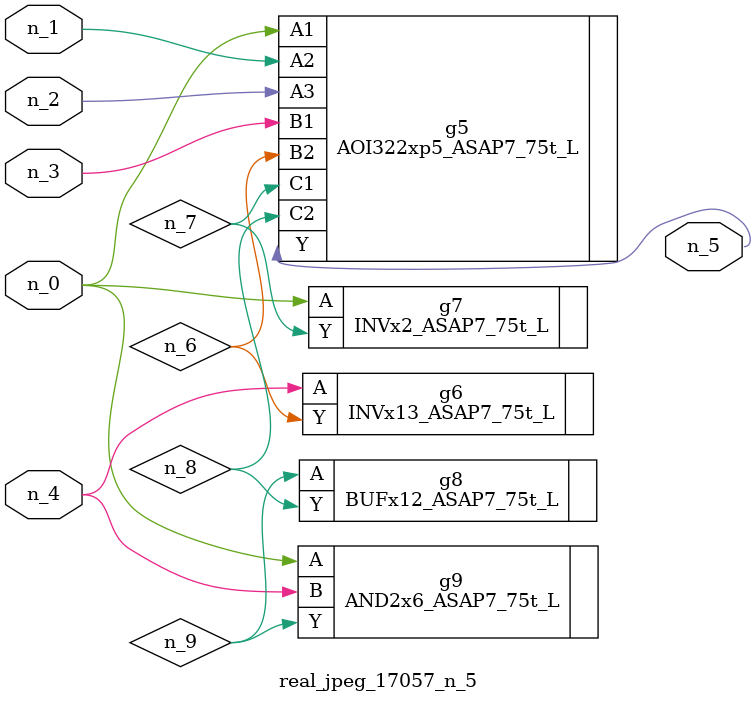
<source format=v>
module real_jpeg_17057_n_5 (n_4, n_0, n_1, n_2, n_3, n_5);

input n_4;
input n_0;
input n_1;
input n_2;
input n_3;

output n_5;

wire n_8;
wire n_6;
wire n_7;
wire n_9;

AOI322xp5_ASAP7_75t_L g5 ( 
.A1(n_0),
.A2(n_1),
.A3(n_2),
.B1(n_3),
.B2(n_6),
.C1(n_7),
.C2(n_8),
.Y(n_5)
);

INVx2_ASAP7_75t_L g7 ( 
.A(n_0),
.Y(n_7)
);

AND2x6_ASAP7_75t_L g9 ( 
.A(n_0),
.B(n_4),
.Y(n_9)
);

INVx13_ASAP7_75t_L g6 ( 
.A(n_4),
.Y(n_6)
);

BUFx12_ASAP7_75t_L g8 ( 
.A(n_9),
.Y(n_8)
);


endmodule
</source>
